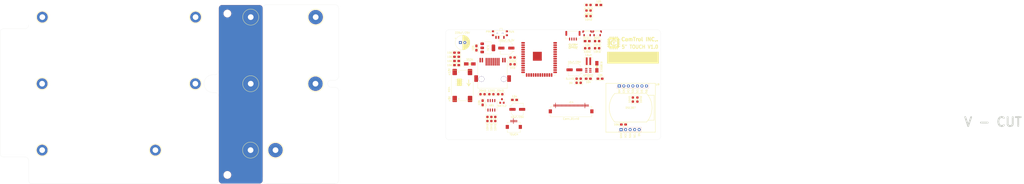
<source format=kicad_pcb>
(kicad_pcb (version 20240108) (generator "pcbnew") (generator_version "8.0")
  (layers (0 "F.Cu" signal) (31 "B.Cu" signal) (34 "B.Paste" user) (35 "F.Paste" user) (36 "B.SilkS" user "B.Silkscreen") (37 "F.SilkS" user "F.Silkscreen") (38 "B.Mask" user) (39 "F.Mask" user) (44 "Edge.Cuts" user))
  (net 0 "")
  (net 1 "GNDPWR")
  (net 2 "EN")
  (net 3 "+12P")
  (net 4 "RxD0")
  (net 5 "TxD0")
  (net 6 "BOOT")
  (net 7 "+5V")
  (net 8 "SDA")
  (net 9 "SCL")
  (net 10 "Net-(H1-Pad1)")
  (net 11 "Net-(H10-Pad1)")
  (net 12 "/485-B")
  (net 13 "/485-A")
  (net 14 "DI")
  (net 15 "ENABLE")
  (net 16 "RO")
  (net 17 "+3V3")
  (net 18 "Net-(C5-Pad1)")
  (net 20 "Net-(D33-K)")
  (net 24 "DISP")
  (net 29 "VLED+")
  (net 30 "Net-(J8-Pad12)")
  (net 31 "HUMAN-SENSOR")
  (net 33 "Net-(J8-Pad10)")
  (net 34 "Net-(SW1-A)")
  (net 35 "Net-(R58-Pad2)")
  (net 37 "LCD_VDD_EN")
  (net 38 "BL_EN_1")
  (net 39 "Net-(U7-FB)")
  (net 40 "Net-(D37-A)")
  (net 45 "R5")
  (net 46 "CTP_IRQ")
  (net 47 "G3")
  (net 48 "LCD_RST")
  (net 49 "R4")
  (net 50 "DCLK")
  (net 51 "CTP_RST")
  (net 53 "B5")
  (net 54 "HSYSNC")
  (net 55 "B6")
  (net 56 "B4")
  (net 57 "G6")
  (net 58 "G7")
  (net 59 "G5")
  (net 60 "B3")
  (net 61 "DE")
  (net 62 "G4")
  (net 63 "R7")
  (net 64 "R3")
  (net 65 "B7")
  (net 67 "G2")
  (net 68 "R6")
  (net 69 "VSYSNC")
  (net 72 "VLED-")
  (net 74 "CTP_SCL")
  (net 75 "CTP_SDA")
  (net 76 "Net-(J1-Pin_1)")
  (footprint "Server:R_0805_HandSoldering" (layer "F.Cu") (at 116.1 58.7)
    (property "Reference" "R58" (hide yes))
    (property "Value" "330Ω")
  )
  (footprint "Server:C_0805_HandSoldering" (layer "F.Cu") (at 116.7 75.8 180)
    (property "Reference" "C37" (hide yes))
    (property "Value" "104")
  )
  (footprint "Server:NW3-SK-02" (layer "F.Cu") (at 67.1 50.3)
    (property "Reference" "SW1" (hide yes))
    (property "Value" "NW3-SK-02" (hide yes))
  )
  (footprint "Server:R_0805_HandSoldering" (layer "F.Cu") (at 57.35 84.5 180)
    (property "Reference" "R70" (hide yes))
    (property "Value" "20KΩ")
  )
  (footprint "Server.pretty:MountingHole_3.2mm_M3-support" (layer "F.Cu") (at -72.755 78.61)
    (property "Reference" "H10" (hide yes))
    (property "Value" "MH" (hide yes))
  )
  (footprint "Server:MP3-2x4x3.5mm-TACT" (layer "F.Cu") (at 116.05 50.05 180)
    (property "Reference" "SW2" (hide yes))
    (property "Value" "SW_Push" (hide yes))
  )
  (footprint "Server:R_0805_HandSoldering" (layer "F.Cu") (at 74.2 63.9)
    (property "Reference" "R74" (hide yes))
    (property "Value" "330Ω")
  )
  (footprint "Server:SOT-23" (layer "F.Cu") (at 68.25 88.3 90)
    (property "Reference" "D28" (hide yes))
    (property "Value" "SM712")
  )
  (footprint "Server:C_0805_HandSoldering" (layer "F.Cu") (at 123.3 75.8)
    (property "Reference" "C36" (hide yes))
    (property "Value" "105")
  )
  (footprint "Capacitor_SMD:CP_Elec_6.3x3" (layer "F.Cu") (at 108.9 70.8 180)
    (property "Reference" "C35" (hide yes))
    (property "Value" "10uF/25V")
  )
  (footprint "Server:R_0805_HandSoldering" (layer "F.Cu") (at 111.3 78.1)
    (property "Reference" "R66" (hide yes))
    (property "Value" "3Ω")
  )
  (footprint "Server.pretty:MountingHole_3.2mm_M3-pcb" (layer "F.Cu") (at -189.8 115.88)
    (property "Reference" "H4" (hide yes))
    (property "Value" "MH" (hide yes))
  )
  (footprint "Server.pretty:MountingHole_3.2mm_M3-support" (layer "F.Cu") (at -72.755 41.23)
    (property "Reference" "H12" (hide yes))
    (property "Value" "MH" (hide yes))
  )
  (footprint "Server:D_SMA" (layer "F.Cu") (at 50.2 67.5)
    (property "Reference" "D33" (hide yes))
    (property "Value" "SS34")
  )
  (footprint "Server.pretty:MountingHole_3.2mm_M3-support" (layer "F.Cu") (at -36.295 41.23)
    (property "Reference" "H1" (hide yes))
    (property "Value" "MH" (hide yes))
  )
  (footprint "Server:MAX485" (layer "F.Cu") (at 62.305 90.733 90)
    (property "Reference" "U8" (hide yes))
    (property "Value" "485")
  )
  (footprint "Package_TO_SOT_SMD:SOT-223" (layer "F.Cu") (at 60.31 58.5)
    (property "Reference" "U3" (hide yes))
    (property "Value" "3.3V")
  )
  (footprint "Server:R_0805_HandSoldering" (layer "F.Cu") (at 74.2 67.7)
    (property "Reference" "R73" (hide yes))
    (property "Value" "1KΩ")
  )
  (footprint "Server:CD43" (layer "F.Cu") (at 116.8 66 180)
    (property "Reference" "L2" (hide yes))
    (property "Value" "10uH")
  )
  (footprint "Server.pretty:logo" (layer "F.Cu") (at 130.95 55.675)
    (property "Reference" "G***" (hide yes))
    (property "Value" "LOGO" (hide yes))
  )
  (footprint "Server:D_SMA" (layer "F.Cu") (at 121.5 69.1 90)
    (property "Reference" "D37" (hide yes))
    (property "Value" "1N5819")
  )
  (footprint "Connector_FFC-FPC:Hirose_FH12-40S-0.5SH_1x40-1MP_P0.50mm_Horizontal" (layer "F.Cu") (at 107.05 92.7)
    (property "Reference" "J14")
    (property "Value" "Conn_01x40")
  )
  (footprint "Server:C_0805_HandSoldering" (layer "F.Cu") (at 122.55 34.425)
    (property "Reference" "C5" (hide yes))
    (property "Value" "105")
  )
  (footprint "Server:R_0805_HandSoldering" (layer "F.Cu") (at 116.83 37.545)
    (property "Reference" "R2" (hide yes))
    (property "Value" "68KΩ")
  )
  (footprint "Server:TZT-SMD" (layer "F.Cu") (at 44.1 81.825 -90)
    (property "Reference" "MO4")
    (property "Value" "MP1584" (hide yes))
  )
  (footprint "Server.pretty:MountingHole_3.2mm_M3-pcb" (layer "F.Cu") (at -103.83 78.61)
    (property "Reference" "H6" (hide yes))
    (property "Value" "MH" (hide yes))
  )
  (footprint "Capacitor_SMD:CP_Elec_6.3x5.3" (layer "F.Cu") (at 70.7 58.6 180)
    (property "Reference" "C19" (hide yes))
    (property "Value" "100uF/6.3V")
  )
  (footprint "Server:R_0805_HandSoldering" (layer "F.Cu") (at 141.72 87.5 90)
    (property "Reference" "R61" (hide yes))
    (property "Value" "10KΩ")
  )
  (footprint "Server:R_0805_HandSoldering" (layer "F.Cu") (at 116.83 40.665)
    (property "Reference" "R3" (hide yes))
    (property "Value" "10KΩ")
  )
  (footprint "Capacitor_THT:CP_Radial_D8.0mm_P2.50mm" (layer "F.Cu") (at 44.9 55.5)
    (property "Reference" "C17" (hide yes))
    (property "Value" "220uF/25V")
  )
  (footprint "Server:RJ45_LED_SMD" (layer "F.Cu") (at 62.99 64.17)
    (property "Reference" "J8" (hide yes))
    (property "Value" "RJ45_LED" (hide yes))
  )
  (footprint "Server:C_0805_HandSoldering" (layer "F.Cu") (at 42.8 68.16)
    (property "Reference" "C4" (hide yes))
    (property "Value" "106")
  )
  (footprint "Server:R_0805_HandSoldering" (layer "F.Cu") (at 121.65 58.7 180)
    (property "Reference" "R56" (hide yes))
    (property "Value" "10KΩ")
  )
  (footprint "Server:C_0805_HandSoldering" (layer "F.Cu") (at 42.8 65.86)
    (property "Reference" "C3" (hide yes))
    (property "Value" "106")
  )
  (footprint "Server:R_0805_HandSoldering" (layer "F.Cu") (at 62.3 84.5 180)
    (property "Reference" "R71" (hide yes))
    (property "Value" "120Ω")
  )
  (footprint "Server:C_0805_HandSoldering" (layer "F.Cu") (at 75.3 87.7)
    (property "Reference" "C14" (hide yes))
    (property "Value" "104")
  )
  (footprint "Server:R_0805_HandSoldering" (layer "F.Cu") (at 64.5 98.4 -90)
    (property "Reference" "R37" (hide yes))
    (property "Value" "10KΩ")
  )
  (footprint "Server.pretty:MountingHole_3.2mm_M3-support" (layer "F.Cu") (at -58.845 115.88)
    (property "Reference" "H8" (hide yes))
    (property "Value" "MH" (hide yes))
  )
  (footprint "Connector_JST:JST_GH_SM04B-GHS-TB_1x04-1MP_P1.25mm_Horizontal" (layer "F.Cu") (at 108.075 51.7 180)
    (property "Reference" "J1" (hide yes))
    (property "Value" "Conn_01x04_Pin" (hide yes))
  )
  (footprint "Server.pretty:MountingHole_3.2mm_M3-pcb" (layer "F.Cu") (at -189.83 78.61)
    (property "Reference" "H2" (hide yes))
    (property "Value" "MH" (hide yes))
  )
  (footprint "Server:R_0805_HandSoldering" (layer "F.Cu") (at 144.26 87.5 90)
    (property "Reference" "R60" (hide yes))
    (property "Value" "10KΩ")
  )
  (footprint "Server:R_0805_HandSoldering" (layer "F.Cu") (at 121.65 54.7)
    (property "Reference" "R59" (hide yes))
    (property "Value" "10KΩ")
  )
  (footprint "Server:ESP32-S3-PCB" (layer "F.Cu") (at 89.105 63.955)
    (property "Reference" "U5" (hide yes))
    (property "Value" "ESP32-S3-PCB" (hide yes))
  )
  (footprint "Connector_FFC-FPC:Hirose_FH12-8S-0.5SH_1x08-1MP_P0.50mm_Horizontal" (layer "F.Cu") (at 74.9 101.45)
    (property "Reference" "J6" (hide yes))
    (property "Value" "TOUCH")
  )
  (footprint "Server:R_0805_HandSoldering" (layer "F.Cu") (at 60.1 98.4 -90)
    (property "Reference" "R47" (hide yes))
    (property "Value" "10KΩ")
  )
  (footprint "Server:DS1307" (layer "F.Cu") (at 140.475 92.1)
    (property "Reference" "U9")
    (property "Value" "DS1307")
  )
  (footprint "Server.pretty:MountingHole_3.2mm_M3-pcb" (layer "F.Cu") (at -103.71 41.23)
    (property "Reference" "H5" (hide yes))
    (property "Value" "MH" (hide yes))
  )
  (footprint "Server:R_0805_HandSoldering" (layer "F.Cu") (at 62.3 98.4 -90)
    (property "Reference" "R38" (hide yes))
    (property "Value" "10KΩ")
  )
  (footprint "Server.pretty:MountingHole_3.2mm_M3-support" (layer "F.Cu") (at -36.415 78.61)
    (property "Reference" "H9" (hide yes))
    (property "Value" "MH" (hide yes))
  )
  (footprint "Server.pretty:MountingHole_3.2mm_M3-pcb" (layer "F.Cu") (at -189.71 41.23)
    (property "Reference" "H3" (hide yes))
    (property "Value" "MH" (hide yes))
  )
  (footprint "Capacitor_SMD:CP_Elec_6.3x3" (layer "F.Cu") (at 76.85 93)
    (property "Reference" "C13" (hide yes))
    (property "Value" "10uF/25V")
  )
  (footprint "Server:C_0805_HandSoldering" (layer "F.Cu") (at 57.4 89.3 -90)
    (property "Reference" "C15" (hide yes))
    (property "Value" "106")
  )
  (footprint "Server:C_0805_HandSoldering" (layer "F.Cu") (at 42.8 63.5)
    (property "Reference" "C2" (hide yes))
    (property "Value" "106")
  )
  (footprint "Server:R_0805_HandSoldering" (layer "F.Cu") (at 67.3 84.5)
    (property "Reference" "R72" (hide yes))
    (property "Value" "20KΩ")
  )
  (footprint "Package_TO_SOT_SMD:SOT-23-6" (layer "F.Cu") (at 116.7 71.1)
    (property "Reference" "U7" (hide yes))
    (property "Value" "AP3032")
  )
  (footprint "Server.pretty:MountingHole_3.2mm_M3-pcb" (layer "F.Cu") (at -126.26 115.88)
    (property "Reference" "H7" (hide yes))
    (property "Value" "MH" (hide yes))
  )
  (footprint "Server.pretty:MountingHole_3.2mm_M3-support" (layer "F.Cu") (at -72.845 115.88)
    (property "Reference" "He1" (hide yes))
    (property "Value" "MH" (hide yes))
  )
  (footprint "Server:C_0805_HandSoldering" (layer "F.Cu") (at 136.44 101.5 180)
    (property "Reference" "C38" (hide yes))
    (property "Value" "106")
  )
  (footprint "Server:C_0805_HandSoldering" (layer "F.Cu") (at 116.1 54.7)
    (property "Reference" "C20" (hide yes))
    (property "Value" "106")
  )
  (footprint "Server:C_0805_HandSoldering" (layer "F.Cu") (at 53.91 58.6 90)
    (property "Reference" "C18" (hide yes))
    (property "Value" "106")
  )
  (footprint "Server:R_0805_HandSoldering" (layer "F.Cu") (at 111.3 75.8 180)
    (property "Reference" "R65" (hide yes))
    (property "Value" "5.1KΩ")
  )
  (footprint "Server:R_0805_HandSoldering" (layer "F.Cu") (at 116.83 34.425)
    (property "Reference" "R1" (hide yes))
    (property "Value" "4.7KΩ")
  )
  (footprint "Server:MP3-2x4x3.5mm-TACT" (layer "F.Cu") (at 121.65 50.05 180)
    (property "Reference" "SW3" (hide yes))
    (property "Value" "SW_Push" (hide yes))
  )
  (footprint "Server:C_0805_HandSoldering" (layer "F.Cu") (at 42.8 61.2)
    (property "Reference" "C1" (hide yes))
    (property "Value" "106")
  )
  (gr_rect (start 127.325 60.775) (end 156.2 67.25) (stroke (width 0.12)) (fill solid) (layer "F.SilkS"))
  (gr_arc (start -65.845 36.23) (mid -65.259214 34.815786) (end -63.845 34.23) (stroke (width 0.05)) (layer "Edge.Cuts"))
  (gr_line (start 36.6 108.1) (end 36.6 50.3) (stroke (width 0.05)) (layer "Edge.Cuts"))
  (gr_arc (start -197.41 45.73) (mid -197.995786 47.144214) (end -199.41 47.73) (stroke (width 0.05)) (layer "Edge.Cuts"))
  (gr_arc (start -195.41 134.83) (mid -196.824214 134.244214) (end -197.41 132.83) (stroke (width 0.05)) (layer "Edge.Cuts"))
  (gr_arc (start -90.86 132.83) (mid -91.445786 134.244214) (end -92.86 134.83) (stroke (width 0.05)) (layer "Edge.Cuts"))
  (gr_line (start -63.845 34.23) (end -25.445 34.23) (stroke (width 0.05)) (layer "Edge.Cuts"))
  (gr_arc (start -88.86 134.83) (mid -90.274214 134.244214) (end -90.86 132.83) (stroke (width 0.05)) (layer "Edge.Cuts"))
  (gr_arc (start -25.445 80.59) (mid -24.030637 81.175854) (end -23.444776 82.590224) (stroke (width 0.05)) (layer "Edge.Cuts"))
  (gr_arc (start -90.86 36.23) (mid -90.274214 34.815786) (end -88.86 34.23) (stroke (width 0.05)) (layer "Edge.Cuts"))
  (gr_line (start -199.41 47.73) (end -211.445 47.73) (stroke (width 0.05)) (layer "Edge.Cuts"))
  (gr_arc (start 38.6 110.1) (mid 37.185786 109.514214) (end 36.6 108.1) (stroke (width 0.05)) (layer "Edge.Cuts"))
  (gr_arc (start -199.41 119.73) (mid -197.995786 120.315786) (end -197.41 121.73) (stroke (width 0.05)) (layer "Edge.Cuts"))
  (gr_arc (start -23.445 132.83) (mid -24.030786 134.244214) (end -25.445 134.83) (stroke (width 0.05)) (layer "Edge.Cuts"))
  (gr_line (start -199.41 119.73) (end -211.445 119.73) (stroke (width 0.05)) (layer "Edge.Cuts"))
  (gr_arc (start -93.99 83.57) (mid -98.99 78.57) (end -93.99 73.57) (stroke (width 0.05)) (layer "Edge.Cuts"))
  (gr_arc (start -65.845 132.83) (mid -66.430786 134.244214) (end -67.845 134.83) (stroke (width 0.05)) (layer "Edge.Cuts"))
  (gr_line (start -195.41 134.83) (end -92.86 134.83) (stroke (width 0.05)) (layer "Edge.Cuts"))
  (gr_line (start -65.845 132.83) (end -65.845 36.23) (stroke (width 0.05)) (layer "Edge.Cuts"))
  (gr_line (start -92.86 83.57) (end -93.99 83.57) (stroke (width 0.05)) (layer "Edge.Cuts"))
  (gr_line (start -88.86 34.23) (end -67.845 34.23) (stroke (width 0.05)) (layer "Edge.Cuts"))
  (gr_line (start 38.6 48.3) (end 155.325 48.3) (stroke (width 0.05)) (layer "Edge.Cuts"))
  (gr_line (start 157.325 108.1) (end 157.325 50.3) (stroke (width 0.05)) (layer "Edge.Cuts"))
  (gr_arc (start -67.845 34.23) (mid -66.430786 34.815786) (end -65.845 36.23) (stroke (width 0.05)) (layer "Edge.Cuts"))
  (gr_line (start -213.445 49.73) (end -213.445 117.73) (stroke (width 0.05)) (layer "Edge.Cuts"))
  (gr_arc (start 157.325 108.1) (mid 156.739214 109.514214) (end 155.325 110.1) (stroke (width 0.05)) (layer "Edge.Cuts"))
  (gr_line (start -197.41 132.83) (end -197.41 121.73) (stroke (width 0.05)) (layer "Edge.Cuts"))
  (gr_line (start -92.86 73.57) (end -93.99 73.57) (stroke (width 0.05)) (layer "Edge.Cuts"))
  (gr_line (start -23.445 36.23) (end -23.445 74.589776) (stroke (width 0.05)) (layer "Edge.Cuts"))
  (gr_arc (start 36.6 50.3) (mid 37.185786 48.885786) (end 38.6 48.3) (stroke (width 0.05)) (layer "Edge.Cuts"))
  (gr_arc (start -211.445 119.73) (mid -212.859214 119.144214) (end -213.445 117.73) (stroke (width 0.05)) (layer "Edge.Cuts"))
  (gr_line (start -23.445 132.83) (end -23.445 82.59) (stroke (width 0.05)) (layer "Edge.Cuts"))
  (gr_line (start -25.445 76.59) (end -27.555 76.59) (stroke (width 0.05)) (layer "Edge.Cuts"))
  (gr_line (start -65.845 131.23) (end -65.845 36.23) (stroke (width 0.05)) (layer "Edge.Cuts"))
  (gr_arc (start -23.445 74.589776) (mid -24.030845 76.004155) (end -25.445224 76.59) (stroke (width 0.05)) (layer "Edge.Cuts"))
  (gr_arc (start -27.555 80.59) (mid -29.555 78.59) (end -27.555 76.59) (stroke (width 0.05)) (layer "Edge.Cuts"))
  (gr_arc (start -213.445 49.73) (mid -212.859214 48.315786) (end -211.445 47.73) (stroke (width 0.05)) (layer "Edge.Cuts"))
  (gr_arc (start -90.86 71.57) (mid -91.445786 72.984214) (end -92.86 73.57) (stroke (width 0.05)) (layer "Edge.Cuts"))
  (gr_arc (start 155.325 48.3) (mid 156.739214 48.885786) (end 157.325 50.3) (stroke (width 0.05)) (layer "Edge.Cuts"))
  (gr_line (start -90.86 132.83) (end -90.86 36.23) (stroke (width 0.05)) (layer "Edge.Cuts"))
  (gr_circle (center -85.86 39.23) (end -83.86 39.23) (stroke (width 0.1)) (fill none) (layer "Edge.Cuts"))
  (gr_arc (start -92.86 83.57) (mid -91.445786 84.155786) (end -90.86 85.57) (stroke (width 0.05)) (layer "Edge.Cuts"))
  (gr_line (start -88.86 134.83) (end -67.845 134.83) (stroke (width 0.05)) (layer "Edge.Cuts"))
  (gr_arc (start -63.845 134.83) (mid -65.259214 134.244214) (end -65.845 132.83) (stroke (width 0.05)) (layer "Edge.Cuts"))
  (gr_arc (start -25.445 34.23) (mid -24.030786 34.815786) (end -23.445 36.23) (stroke (width 0.05)) (layer "Edge.Cuts"))
  (gr_circle (center -85.86 129.8) (end -83.86 129.8) (stroke (width 0.1)) (fill none) (layer "Edge.Cuts"))
  (gr_line (start -25.445 80.59) (end -27.555 80.59) (stroke (width 0.05)) (layer "Edge.Cuts"))
  (gr_line (start -63.845 134.83) (end -25.445 134.83) (stroke (width 0.05)) (layer "Edge.Cuts"))
  (gr_line (start 38.6 110.1) (end 155.325 110.1) (stroke (width 0.05)) (layer "Edge.Cuts"))
  (gr_line (start -63.845 134.83) (end -25.445 134.83) (stroke (width 0.05)) (layer "Edge.Cuts"))
  (gr_text "RxD" (at 108.7 58.971429 -90) (layer "F.SilkS") (effects (font (size 1 1) (thickness 0.2) (bold yes)) (justify right)))
  (gr_text "3.3V" (at 109.95 59.4 -90) (layer "F.SilkS") (effects (font (size 1 1) (thickness 0.2) (bold yes)) (justify right)))
  (gr_text "TxD" (at 107.45 58.733334 -90) (layer "F.SilkS") (effects (font (size 1 1) (thickness 0.2) (bold yes)) (justify right)))
  (gr_text "GND" (at 106.2 59.209524 -90) (layer "F.SilkS") (effects (font (size 1 1) (thickness 0.2) (bold yes)) (justify right)))
  (gr_text "CamTrol INC,." (at 134.95 53.675 0) (layer "F.SilkS") (effects (font (size 2 2) (thickness 0.5)) (justify left)))
  (gr_text "5{dblquote} TOUCH V1.0" (at 135.1625 57.925 0) (layer "F.SilkS") (effects (font (size 2 1.8) (thickness 0.4)) (justify left)))
  (gr_text "V - CUT" (at 327.1 103 0) (layer "Edge.Cuts") (effects (font (size 5 5) (thickness 1) (bold yes)) (justify left bottom)))
  (segment (start 98.3 90.8) (end 98.3 92.175) (width 0.3) (layer "F.Cu") (net 1))
  (segment (start 114.8 90.85) (end 114.8 89.475) (width 0.3) (layer "F.Cu") (net 1))
  (segment (start 114.8 90.85) (end 114.8 92.225) (width 0.3) (layer "F.Cu") (net 1))
  (segment (start 98.3 90.8) (end 98.3 89.425) (width 0.3) (layer "F.Cu") (net 1))
  (segment (start -124.43 116.27) (end -124.43 117.29) (width 0.3) (layer "B.Cu") (net 1))
  (segment (start -124.43 117.29) (end -124.42 117.3) (width 0.3) (layer "B.Cu") (net 1))
  (segment (start -125.55 114.03) (end -125.35 114.23) (width 0.3) (layer "B.Cu") (net 1))
  (segment (start 74.65 99.6) (end 74.65 98.125) (width 0.3) (layer "F.Cu") (net 51))
  (segment (start 74.65 99.6) (end 74.65 100.975) (width 0.3) (layer "F.Cu") (net 51))
  (zone (net 0) (net_name "") (layers "F&B.Cu") (name "ANT") (connect_pads (clearance 0)) (min_thickness 0.25)
    (keepout (tracks not_allowed) (vias not_allowed) (pads not_allowed) (copperpour not_allowed) (footprints not_allowed))
    (fill (thermal_gap 0.5) (thermal_bridge_width 0.5))
    (polygon (pts (xy 75.565 48.515) (xy 75.565 54.965) (xy 102.345 54.965) (xy 102.345 48.515)))
  )
  (zone (net 11) (net_name "Net-(H10-Pad1)") (layers "F&B.Cu") (connect_pads (clearance 0.5)) (min_thickness 0.25) (fill yes (thermal_gap 0.5) (thermal_bridge_width 0.5))
    (polygon (pts (xy -65.805 34.18) (xy -90.855 34.18) (xy -90.855 134.939165) (xy -65.805 134.95)))
  )
)
</source>
